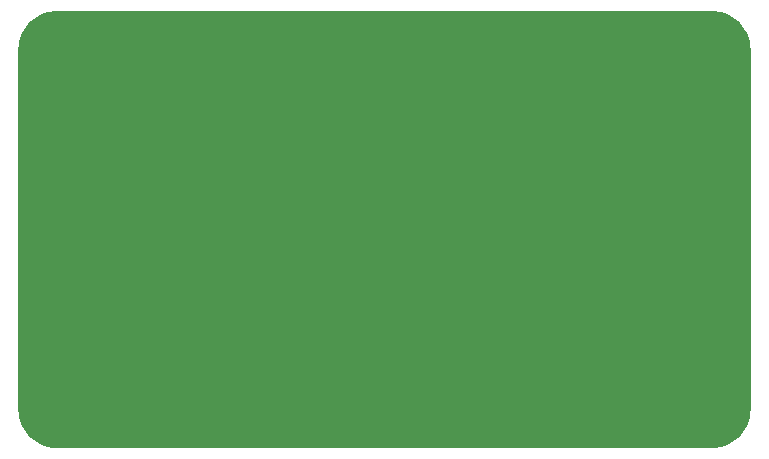
<source format=gbr>
G04 DipTrace 3.1.0.1*
G04 TPA3128D2route.Board.gbr*
%MOIN*%
G04 #@! TF.FileFunction,Drawing,Board polygon*
G04 #@! TF.Part,Single*
%FSLAX26Y26*%
G04*
G70*
G90*
G75*
G01*
G04 BoardPoly*
%LPD*%
G36*
X520000Y394016D2*
X2708976D1*
G03X2834961Y520000I-1J125985D01*
G01*
Y1724724D1*
G03X2708976Y1850709I-125985J-1D01*
G01*
X520000D1*
G03X394016Y1724724I1J-125985D01*
G01*
Y520000D1*
G03X520000Y394016I125985J1D01*
G01*
G37*
M02*

</source>
